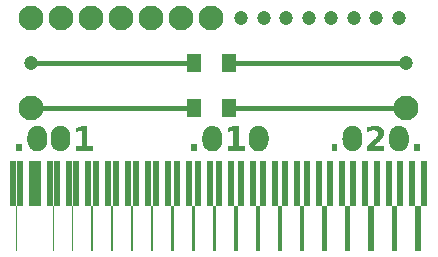
<source format=gtl>
G04 #@! TF.GenerationSoftware,KiCad,Pcbnew,9.0.2*
G04 #@! TF.CreationDate,2025-10-09T10:15:11-04:00*
G04 #@! TF.ProjectId,LineTest,4c696e65-5465-4737-942e-6b696361645f,rev?*
G04 #@! TF.SameCoordinates,Original*
G04 #@! TF.FileFunction,Copper,L1,Top*
G04 #@! TF.FilePolarity,Positive*
%FSLAX46Y46*%
G04 Gerber Fmt 4.6, Leading zero omitted, Abs format (unit mm)*
G04 Created by KiCad (PCBNEW 9.0.2) date 2025-10-09 10:15:11*
%MOMM*%
%LPD*%
G01*
G04 APERTURE LIST*
G04 #@! TA.AperFunction,NonConductor*
%ADD10C,0.000000*%
G04 #@! TD*
G04 #@! TA.AperFunction,SMDPad,CuDef*
%ADD11R,1.200000X1.600000*%
G04 #@! TD*
G04 #@! TA.AperFunction,ViaPad*
%ADD12C,1.200000*%
G04 #@! TD*
G04 #@! TA.AperFunction,ViaPad*
%ADD13C,2.100000*%
G04 #@! TD*
G04 #@! TA.AperFunction,Conductor*
%ADD14C,0.400000*%
G04 #@! TD*
G04 APERTURE END LIST*
D10*
G04 #@! TA.AperFunction,NonConductor*
G36*
X105410000Y-64770000D02*
G01*
X105410000Y-66674998D01*
X105422695Y-66674998D01*
X105435390Y-66674998D01*
X105435390Y-64770000D01*
X105435390Y-62865001D01*
X105689388Y-62865001D01*
X105943386Y-62865001D01*
X105943386Y-64770000D01*
X105943386Y-66674998D01*
X105689388Y-66674998D01*
X105435390Y-66674998D01*
X105435390Y-68579997D01*
X105435390Y-70484996D01*
X105422695Y-70484996D01*
X105410000Y-70484996D01*
X105410000Y-68579997D01*
X105410000Y-66674998D01*
X105156002Y-66674998D01*
X104902004Y-66674998D01*
X104902004Y-64770000D01*
X104902004Y-62865001D01*
X105156002Y-62865001D01*
X105410000Y-62865001D01*
X105410000Y-64770000D01*
G37*
G04 #@! TD.AperFunction*
G04 #@! TA.AperFunction,NonConductor*
G36*
X106959377Y-64770000D02*
G01*
X106959377Y-66674998D01*
X106984783Y-66674998D01*
X107010189Y-66674998D01*
X107010189Y-64770000D01*
X107010189Y-62865001D01*
X107264187Y-62865001D01*
X107518184Y-62865001D01*
X107518184Y-64770000D01*
X107518184Y-66674998D01*
X107264187Y-66674998D01*
X107010189Y-66674998D01*
X107010189Y-68579997D01*
X107010189Y-70484996D01*
X106984783Y-70484996D01*
X106959377Y-70484996D01*
X106959377Y-68579997D01*
X106959377Y-66674998D01*
X106705379Y-66674998D01*
X106451382Y-66674998D01*
X106451382Y-64770000D01*
X106451382Y-62865001D01*
X106705379Y-62865001D01*
X106959377Y-62865001D01*
X106959377Y-64770000D01*
G37*
G04 #@! TD.AperFunction*
G04 #@! TA.AperFunction,NonConductor*
G36*
X108534191Y-64770000D02*
G01*
X108534191Y-66674998D01*
X108572292Y-66674998D01*
X108610393Y-66674998D01*
X108610393Y-64770000D01*
X108610393Y-62865001D01*
X108864391Y-62865001D01*
X109118389Y-62865001D01*
X109118389Y-64770000D01*
X109118389Y-66674998D01*
X108864391Y-66674998D01*
X108610393Y-66674998D01*
X108610393Y-68579997D01*
X108610393Y-70484996D01*
X108572292Y-70484996D01*
X108534191Y-70484996D01*
X108534191Y-68579997D01*
X108534191Y-66674998D01*
X108280193Y-66674998D01*
X108026195Y-66674998D01*
X108026195Y-64770000D01*
X108026195Y-62865001D01*
X108280193Y-62865001D01*
X108534191Y-62865001D01*
X108534191Y-64770000D01*
G37*
G04 #@! TD.AperFunction*
G04 #@! TA.AperFunction,NonConductor*
G36*
X110134411Y-64770000D02*
G01*
X110134411Y-66674998D01*
X110185207Y-66674998D01*
X110236004Y-66674998D01*
X110236004Y-64770000D01*
X110236004Y-62865001D01*
X110490001Y-62865001D01*
X110743999Y-62865001D01*
X110743999Y-64770000D01*
X110743999Y-66674998D01*
X110490001Y-66674998D01*
X110236004Y-66674998D01*
X110236004Y-68579997D01*
X110236004Y-70484996D01*
X110185207Y-70484996D01*
X110134411Y-70484996D01*
X110134411Y-68579997D01*
X110134411Y-66674998D01*
X109880413Y-66674998D01*
X109626415Y-66674998D01*
X109626415Y-64770000D01*
X109626415Y-62865001D01*
X109880413Y-62865001D01*
X110134411Y-62865001D01*
X110134411Y-64770000D01*
G37*
G04 #@! TD.AperFunction*
G04 #@! TA.AperFunction,NonConductor*
G36*
X111759991Y-64770000D02*
G01*
X111759991Y-66674998D01*
X111823498Y-66674998D01*
X111887005Y-66674998D01*
X111887005Y-64770000D01*
X111887005Y-62865001D01*
X112141002Y-62865001D01*
X112395000Y-62865001D01*
X112395000Y-64770000D01*
X112395000Y-66674998D01*
X112141002Y-66674998D01*
X111887005Y-66674998D01*
X111887005Y-68579997D01*
X111887005Y-70484996D01*
X111823498Y-70484996D01*
X111759991Y-70484996D01*
X111759991Y-68579997D01*
X111759991Y-66674998D01*
X111505993Y-66674998D01*
X111251995Y-66674998D01*
X111251995Y-64770000D01*
X111251995Y-62865001D01*
X111505993Y-62865001D01*
X111759991Y-62865001D01*
X111759991Y-64770000D01*
G37*
G04 #@! TD.AperFunction*
G04 #@! TA.AperFunction,NonConductor*
G36*
X113410991Y-64770000D02*
G01*
X113410991Y-66674998D01*
X113487194Y-66674998D01*
X113563396Y-66674998D01*
X113563396Y-64770000D01*
X113563396Y-62865001D01*
X113817394Y-62865001D01*
X114071392Y-62865001D01*
X114071392Y-64770000D01*
X114071392Y-66674998D01*
X113817394Y-66674998D01*
X113563396Y-66674998D01*
X113563396Y-68579997D01*
X113563396Y-70484996D01*
X113487194Y-70484996D01*
X113410991Y-70484996D01*
X113410991Y-68579997D01*
X113410991Y-66674998D01*
X113156994Y-66674998D01*
X112902996Y-66674998D01*
X112902996Y-64770000D01*
X112902996Y-62865001D01*
X113156994Y-62865001D01*
X113410991Y-62865001D01*
X113410991Y-64770000D01*
G37*
G04 #@! TD.AperFunction*
G04 #@! TA.AperFunction,NonConductor*
G36*
X115087414Y-64770000D02*
G01*
X115087414Y-66674998D01*
X115176311Y-66674998D01*
X115265209Y-66674998D01*
X115265209Y-64770000D01*
X115265209Y-62865001D01*
X115519207Y-62865001D01*
X115773205Y-62865001D01*
X115773205Y-64770000D01*
X115773205Y-66674998D01*
X115519207Y-66674998D01*
X115265209Y-66674998D01*
X115265209Y-68579997D01*
X115265209Y-70484996D01*
X115176311Y-70484996D01*
X115087414Y-70484996D01*
X115087414Y-68579997D01*
X115087414Y-66674998D01*
X114833416Y-66674998D01*
X114579418Y-66674998D01*
X114579418Y-64770000D01*
X114579418Y-62865001D01*
X114833416Y-62865001D01*
X115087414Y-62865001D01*
X115087414Y-64770000D01*
G37*
G04 #@! TD.AperFunction*
G04 #@! TA.AperFunction,NonConductor*
G36*
X116789928Y-64768726D02*
G01*
X116790935Y-66672458D01*
X116891262Y-66673862D01*
X116991588Y-66675265D01*
X116991588Y-64770160D01*
X116991588Y-62865054D01*
X117248134Y-62865054D01*
X117504680Y-62865054D01*
X117503673Y-64768787D01*
X117502666Y-66672519D01*
X117249935Y-66673816D01*
X116997219Y-66675113D01*
X116996212Y-68578799D01*
X116994152Y-70482364D01*
X116891277Y-70483768D01*
X116788402Y-70485171D01*
X116788402Y-68580112D01*
X116788402Y-66675052D01*
X116535671Y-66673755D01*
X116282940Y-66672458D01*
X116281933Y-64768726D01*
X116280926Y-62864993D01*
X116534923Y-62864993D01*
X116788921Y-62864993D01*
X116789928Y-64768726D01*
G37*
G04 #@! TD.AperFunction*
G04 #@! TA.AperFunction,NonConductor*
G36*
X118515865Y-64770084D02*
G01*
X118515865Y-66675082D01*
X118630169Y-66675082D01*
X118744472Y-66675082D01*
X118744472Y-64770084D01*
X118744472Y-62865085D01*
X119001018Y-62865085D01*
X119257564Y-62865085D01*
X119256557Y-64768817D01*
X119255550Y-66672549D01*
X119002819Y-66673846D01*
X118750088Y-66675143D01*
X118750088Y-68580096D01*
X118748989Y-70485049D01*
X118632152Y-70485049D01*
X118515316Y-70485049D01*
X118515316Y-68580096D01*
X118515316Y-66675143D01*
X118262585Y-66673846D01*
X118009853Y-66672549D01*
X118008846Y-64768817D01*
X118007839Y-62865085D01*
X118261852Y-62865085D01*
X118515865Y-62865085D01*
X118515865Y-64770084D01*
G37*
G04 #@! TD.AperFunction*
G04 #@! TA.AperFunction,NonConductor*
G36*
X120269024Y-64770053D02*
G01*
X120269024Y-66675052D01*
X120396023Y-66675052D01*
X120523022Y-66675052D01*
X120523022Y-64770053D01*
X120523022Y-62865054D01*
X120777019Y-62865054D01*
X121031017Y-62865054D01*
X121031017Y-64770053D01*
X121031017Y-66675052D01*
X120779552Y-66675052D01*
X120528087Y-66675052D01*
X120528087Y-68580051D01*
X120528118Y-70485049D01*
X120398571Y-70485049D01*
X120269024Y-70485049D01*
X120269024Y-68580051D01*
X120269024Y-66675052D01*
X120017559Y-66675052D01*
X119766094Y-66675052D01*
X119766094Y-64770053D01*
X119766094Y-62865054D01*
X120017559Y-62865054D01*
X120269024Y-62865054D01*
X120269024Y-64770053D01*
G37*
G04 #@! TD.AperFunction*
G04 #@! TA.AperFunction,NonConductor*
G36*
X122047024Y-64770053D02*
G01*
X122047024Y-66675052D01*
X122186718Y-66675052D01*
X122326412Y-66675052D01*
X122326412Y-64770053D01*
X122326412Y-62865054D01*
X122580410Y-62865054D01*
X122834408Y-62865054D01*
X122834408Y-64770053D01*
X122834408Y-66675052D01*
X122582943Y-66675052D01*
X122331478Y-66675052D01*
X122331478Y-68580051D01*
X122331508Y-70485049D01*
X122189266Y-70485049D01*
X122047024Y-70485049D01*
X122047024Y-68580051D01*
X122047024Y-66675052D01*
X121793026Y-66675052D01*
X121539028Y-66675052D01*
X121539028Y-64770053D01*
X121539028Y-62865054D01*
X121793026Y-62865054D01*
X122047024Y-62865054D01*
X122047024Y-64770053D01*
G37*
G04 #@! TD.AperFunction*
G04 #@! TA.AperFunction,NonConductor*
G36*
X123850399Y-64770053D02*
G01*
X123850399Y-66675052D01*
X124002804Y-66675052D01*
X124155208Y-66675052D01*
X124155208Y-64770053D01*
X124155208Y-62865054D01*
X124409206Y-62865054D01*
X124663204Y-62865054D01*
X124663204Y-64770053D01*
X124663204Y-66675052D01*
X124409206Y-66675052D01*
X124155208Y-66675052D01*
X124155208Y-68580051D01*
X124155208Y-70485049D01*
X124002804Y-70485049D01*
X123850399Y-70485049D01*
X123850399Y-68580051D01*
X123850399Y-66675052D01*
X123596401Y-66675052D01*
X123342403Y-66675052D01*
X123342403Y-64770053D01*
X123342403Y-62865054D01*
X123596401Y-62865054D01*
X123850399Y-62865054D01*
X123850399Y-64770053D01*
G37*
G04 #@! TD.AperFunction*
G04 #@! TA.AperFunction,NonConductor*
G36*
X125683727Y-64770084D02*
G01*
X125683727Y-66675082D01*
X125846294Y-66675082D01*
X126008861Y-66675082D01*
X126008861Y-64770084D01*
X126008861Y-62865085D01*
X126265407Y-62865085D01*
X126521953Y-62865085D01*
X126520946Y-64768817D01*
X126519939Y-66672549D01*
X126267208Y-66673846D01*
X126014477Y-66675143D01*
X126014477Y-68580096D01*
X126013378Y-70485049D01*
X125845745Y-70485049D01*
X125678112Y-70485049D01*
X125678112Y-68580096D01*
X125678112Y-66675143D01*
X125425381Y-66673846D01*
X125172649Y-66672549D01*
X125171642Y-64768817D01*
X125170635Y-62865085D01*
X125427181Y-62865085D01*
X125683727Y-62865085D01*
X125683727Y-64770084D01*
G37*
G04 #@! TD.AperFunction*
G04 #@! TA.AperFunction,NonConductor*
G36*
X127537945Y-64770084D02*
G01*
X127537945Y-66675082D01*
X127713207Y-66675082D01*
X127888470Y-66675082D01*
X127888470Y-64770084D01*
X127888470Y-62865085D01*
X128145016Y-62865085D01*
X128401562Y-62865085D01*
X128400554Y-64768817D01*
X128399547Y-66672549D01*
X128146816Y-66673846D01*
X127894085Y-66675143D01*
X127894085Y-68580096D01*
X127892635Y-70485065D01*
X127715679Y-70485065D01*
X127646711Y-70484800D01*
X127589750Y-70484076D01*
X127567607Y-70483573D01*
X127550667Y-70482995D01*
X127539665Y-70482354D01*
X127536621Y-70482013D01*
X127535335Y-70481662D01*
X127532329Y-68576709D01*
X127532329Y-66675143D01*
X127279598Y-66673846D01*
X127026867Y-66672549D01*
X127025860Y-64768817D01*
X127024853Y-62865085D01*
X127281399Y-62865085D01*
X127537945Y-62865085D01*
X127537945Y-64770084D01*
G37*
G04 #@! TD.AperFunction*
G04 #@! TA.AperFunction,NonConductor*
G36*
X129418072Y-64770053D02*
G01*
X129418072Y-66675052D01*
X129608578Y-66675052D01*
X129799084Y-66675052D01*
X129799084Y-64770053D01*
X129799084Y-62865054D01*
X130053081Y-62865054D01*
X130307079Y-62865054D01*
X130307079Y-64770053D01*
X130307079Y-66675052D01*
X130053081Y-66675052D01*
X129799084Y-66675052D01*
X129799084Y-68580051D01*
X129799084Y-70485049D01*
X129608578Y-70485049D01*
X129418072Y-70485049D01*
X129418072Y-68580051D01*
X129418072Y-66675052D01*
X129164074Y-66675052D01*
X128910076Y-66675052D01*
X128910076Y-64770053D01*
X128910076Y-62865054D01*
X129164074Y-62865054D01*
X129418072Y-62865054D01*
X129418072Y-64770053D01*
G37*
G04 #@! TD.AperFunction*
G04 #@! TA.AperFunction,NonConductor*
G36*
X131323086Y-64770053D02*
G01*
X131323086Y-66675052D01*
X131526287Y-66675052D01*
X131729488Y-66675052D01*
X131729488Y-64770053D01*
X131729488Y-62865054D01*
X131983486Y-62865054D01*
X132237484Y-62865054D01*
X132237484Y-64770053D01*
X132237484Y-66675052D01*
X131983486Y-66675052D01*
X131729488Y-66675052D01*
X131729488Y-68580051D01*
X131729488Y-70485049D01*
X131526287Y-70485049D01*
X131323086Y-70485049D01*
X131323086Y-68580051D01*
X131323086Y-66675052D01*
X131069088Y-66675052D01*
X130815090Y-66675052D01*
X130815090Y-64770053D01*
X130815090Y-62865054D01*
X131069088Y-62865054D01*
X131323086Y-62865054D01*
X131323086Y-64770053D01*
G37*
G04 #@! TD.AperFunction*
G04 #@! TA.AperFunction,NonConductor*
G36*
X133253490Y-64770053D02*
G01*
X133253490Y-66675052D01*
X133469387Y-66675052D01*
X133685283Y-66675052D01*
X133685283Y-64770053D01*
X133685283Y-62865054D01*
X133939281Y-62865054D01*
X134193279Y-62865054D01*
X134193279Y-64770053D01*
X134193279Y-66675052D01*
X133939281Y-66675052D01*
X133685283Y-66675052D01*
X133685283Y-68580051D01*
X133685283Y-70485049D01*
X133469387Y-70485049D01*
X133253490Y-70485049D01*
X133253490Y-68580051D01*
X133253490Y-66675052D01*
X132999492Y-66675052D01*
X132745495Y-66675052D01*
X132745495Y-64770053D01*
X132745495Y-62865054D01*
X132999492Y-62865054D01*
X133253490Y-62865054D01*
X133253490Y-64770053D01*
G37*
G04 #@! TD.AperFunction*
G04 #@! TA.AperFunction,NonConductor*
G36*
X135209270Y-64770053D02*
G01*
X135209270Y-66675052D01*
X135437877Y-66675052D01*
X135666485Y-66675052D01*
X135666485Y-64770053D01*
X135666485Y-62865054D01*
X135920482Y-62865054D01*
X136174480Y-62865054D01*
X136174480Y-64770053D01*
X136174480Y-66675052D01*
X135920482Y-66675052D01*
X135666485Y-66675052D01*
X135666485Y-68580051D01*
X135666485Y-70485049D01*
X135437877Y-70485049D01*
X135209270Y-70485049D01*
X135209270Y-68580051D01*
X135209270Y-66675052D01*
X134955272Y-66675052D01*
X134701275Y-66675052D01*
X134701275Y-64770053D01*
X134701275Y-62865054D01*
X134955272Y-62865054D01*
X135209270Y-62865054D01*
X135209270Y-64770053D01*
G37*
G04 #@! TD.AperFunction*
G04 #@! TA.AperFunction,NonConductor*
G36*
X137190471Y-64770053D02*
G01*
X137190471Y-66675052D01*
X137431774Y-66675052D01*
X137673076Y-66675052D01*
X137673076Y-64770053D01*
X137673076Y-62865054D01*
X137927074Y-62865054D01*
X138181072Y-62865054D01*
X138181072Y-64770053D01*
X138181072Y-66675052D01*
X137927074Y-66675052D01*
X137673076Y-66675052D01*
X137673076Y-68580051D01*
X137673076Y-70485049D01*
X137431774Y-70485049D01*
X137190471Y-70485049D01*
X137190471Y-68580051D01*
X137190471Y-66675052D01*
X136936474Y-66675052D01*
X136682476Y-66675052D01*
X136682476Y-64770053D01*
X136682476Y-62865054D01*
X136936474Y-62865054D01*
X137190471Y-62865054D01*
X137190471Y-64770053D01*
G37*
G04 #@! TD.AperFunction*
G04 #@! TA.AperFunction,NonConductor*
G36*
X139197094Y-64770053D02*
G01*
X139197094Y-66675052D01*
X139451092Y-66675052D01*
X139705089Y-66675052D01*
X139705089Y-64770053D01*
X139705089Y-62865054D01*
X139959087Y-62865054D01*
X140213085Y-62865054D01*
X140213085Y-64770053D01*
X140213085Y-66675052D01*
X139959087Y-66675052D01*
X139705089Y-66675052D01*
X139705089Y-68580051D01*
X139705089Y-70485049D01*
X139451092Y-70485049D01*
X139197094Y-70485049D01*
X139197094Y-68580051D01*
X139197094Y-66675052D01*
X138943096Y-66675052D01*
X138689098Y-66675052D01*
X138689098Y-64770053D01*
X138689098Y-62865054D01*
X138943096Y-62865054D01*
X139197094Y-62865054D01*
X139197094Y-64770053D01*
G37*
G04 #@! TD.AperFunction*
G04 #@! TA.AperFunction,NonConductor*
G36*
X107210853Y-59909990D02*
G01*
X107250221Y-59911524D01*
X107287497Y-59913883D01*
X107320747Y-59917014D01*
X107348034Y-59920863D01*
X107380960Y-59927358D01*
X107413306Y-59935071D01*
X107445031Y-59943980D01*
X107476095Y-59954063D01*
X107506457Y-59965297D01*
X107536075Y-59977660D01*
X107564909Y-59991130D01*
X107592918Y-60005684D01*
X107620062Y-60021300D01*
X107646298Y-60037955D01*
X107671588Y-60055628D01*
X107695888Y-60074295D01*
X107719160Y-60093935D01*
X107741361Y-60114525D01*
X107762452Y-60136043D01*
X107782390Y-60158466D01*
X107810748Y-60193772D01*
X107837266Y-60230489D01*
X107861961Y-60268669D01*
X107884850Y-60308365D01*
X107905948Y-60349628D01*
X107925272Y-60392511D01*
X107942840Y-60437066D01*
X107958666Y-60483346D01*
X107972767Y-60531403D01*
X107985160Y-60581289D01*
X107995861Y-60633056D01*
X108004887Y-60686758D01*
X108012254Y-60742445D01*
X108017978Y-60800171D01*
X108022075Y-60859987D01*
X108024563Y-60921947D01*
X108025378Y-60984614D01*
X108024435Y-61045838D01*
X108021744Y-61105581D01*
X108017313Y-61163806D01*
X108011150Y-61220477D01*
X108003266Y-61275555D01*
X107993669Y-61329004D01*
X107982366Y-61380788D01*
X107969369Y-61430869D01*
X107954684Y-61479210D01*
X107938321Y-61525774D01*
X107920289Y-61570524D01*
X107900597Y-61613424D01*
X107879253Y-61654435D01*
X107856266Y-61693522D01*
X107831646Y-61730647D01*
X107823344Y-61742016D01*
X107814116Y-61753888D01*
X107804075Y-61766152D01*
X107793332Y-61778696D01*
X107781998Y-61791411D01*
X107770185Y-61804184D01*
X107758005Y-61816906D01*
X107745569Y-61829464D01*
X107732989Y-61841749D01*
X107720377Y-61853649D01*
X107707845Y-61865053D01*
X107695503Y-61875850D01*
X107683464Y-61885930D01*
X107671840Y-61895181D01*
X107660741Y-61903493D01*
X107650280Y-61910754D01*
X107629839Y-61923890D01*
X107609246Y-61936282D01*
X107588476Y-61947938D01*
X107567500Y-61958867D01*
X107546295Y-61969080D01*
X107524832Y-61978585D01*
X107503087Y-61987392D01*
X107481033Y-61995508D01*
X107458644Y-62002945D01*
X107435894Y-62009710D01*
X107412756Y-62015814D01*
X107389204Y-62021265D01*
X107365213Y-62026072D01*
X107340756Y-62030244D01*
X107315807Y-62033792D01*
X107290340Y-62036723D01*
X107290371Y-62036670D01*
X107269034Y-62038354D01*
X107243008Y-62039651D01*
X107213908Y-62040544D01*
X107183348Y-62041021D01*
X107152943Y-62041066D01*
X107124308Y-62040665D01*
X107099058Y-62039805D01*
X107078808Y-62038470D01*
X107054620Y-62035852D01*
X107030258Y-62032434D01*
X107005803Y-62028246D01*
X106981335Y-62023313D01*
X106956938Y-62017664D01*
X106932692Y-62011327D01*
X106908678Y-62004329D01*
X106884979Y-61996697D01*
X106861676Y-61988458D01*
X106838850Y-61979642D01*
X106816583Y-61970274D01*
X106794957Y-61960383D01*
X106774053Y-61949996D01*
X106753952Y-61939140D01*
X106734737Y-61927843D01*
X106716488Y-61916133D01*
X106696102Y-61901946D01*
X106676336Y-61887161D01*
X106657174Y-61871759D01*
X106638601Y-61855725D01*
X106620604Y-61839040D01*
X106603167Y-61821688D01*
X106586275Y-61803651D01*
X106569916Y-61784913D01*
X106554073Y-61765457D01*
X106538732Y-61745264D01*
X106523879Y-61724319D01*
X106509498Y-61702604D01*
X106495577Y-61680101D01*
X106482099Y-61656794D01*
X106469051Y-61632666D01*
X106456417Y-61607700D01*
X106444718Y-61583023D01*
X106433665Y-61558088D01*
X106423244Y-61532846D01*
X106413443Y-61507254D01*
X106404250Y-61481264D01*
X106395654Y-61454831D01*
X106387641Y-61427908D01*
X106380199Y-61400451D01*
X106373317Y-61372412D01*
X106366982Y-61343746D01*
X106361182Y-61314407D01*
X106355905Y-61284350D01*
X106346870Y-61221893D01*
X106339779Y-61156009D01*
X106337481Y-61121295D01*
X106335839Y-61077600D01*
X106334854Y-61027917D01*
X106334526Y-60975241D01*
X106334854Y-60922564D01*
X106335839Y-60872880D01*
X106337481Y-60829183D01*
X106339779Y-60794467D01*
X106346986Y-60728438D01*
X106356434Y-60664802D01*
X106368114Y-60603574D01*
X106382019Y-60544768D01*
X106398143Y-60488398D01*
X106416478Y-60434480D01*
X106437016Y-60383027D01*
X106459751Y-60334054D01*
X106484675Y-60287575D01*
X106511782Y-60243605D01*
X106526151Y-60222566D01*
X106541064Y-60202158D01*
X106556518Y-60182386D01*
X106572513Y-60163249D01*
X106589048Y-60144750D01*
X106606123Y-60126891D01*
X106623736Y-60109674D01*
X106641886Y-60093100D01*
X106660573Y-60077172D01*
X106679796Y-60061890D01*
X106699553Y-60047257D01*
X106719845Y-60033275D01*
X106738753Y-60021127D01*
X106757901Y-60009655D01*
X106777325Y-59998847D01*
X106797061Y-59988690D01*
X106817144Y-59979172D01*
X106837610Y-59970281D01*
X106858494Y-59962005D01*
X106879833Y-59954332D01*
X106901662Y-59947248D01*
X106924016Y-59940743D01*
X106946932Y-59934803D01*
X106970444Y-59929418D01*
X106994590Y-59924573D01*
X107019403Y-59920258D01*
X107044921Y-59916459D01*
X107071178Y-59913165D01*
X107099557Y-59910869D01*
X107133586Y-59909610D01*
X107171330Y-59909335D01*
X107210853Y-59909990D01*
G37*
G04 #@! TD.AperFunction*
G04 #@! TA.AperFunction,NonConductor*
G36*
X107195153Y-60272370D02*
G01*
X107209498Y-60273234D01*
X107223440Y-60274680D01*
X107236980Y-60276710D01*
X107250124Y-60279329D01*
X107262873Y-60282540D01*
X107275233Y-60286347D01*
X107287205Y-60290753D01*
X107298794Y-60295763D01*
X107310003Y-60301380D01*
X107320835Y-60307608D01*
X107331295Y-60314451D01*
X107341384Y-60321912D01*
X107351107Y-60329995D01*
X107360466Y-60338703D01*
X107369467Y-60348042D01*
X107378111Y-60358013D01*
X107386402Y-60368622D01*
X107394344Y-60379871D01*
X107401940Y-60391765D01*
X107409194Y-60404307D01*
X107416109Y-60417502D01*
X107422687Y-60431351D01*
X107428934Y-60445861D01*
X107434852Y-60461033D01*
X107440445Y-60476873D01*
X107445715Y-60493383D01*
X107450667Y-60510567D01*
X107459629Y-60546974D01*
X107467357Y-60586124D01*
X107474142Y-60626562D01*
X107479459Y-60663533D01*
X107481622Y-60681641D01*
X107483482Y-60699988D01*
X107485063Y-60718945D01*
X107486385Y-60738879D01*
X107488341Y-60783158D01*
X107489523Y-60835775D01*
X107490105Y-60899683D01*
X107490261Y-60977832D01*
X107489826Y-61093787D01*
X107488375Y-61172553D01*
X107487177Y-61202206D01*
X107485615Y-61227619D01*
X107483655Y-61250479D01*
X107481258Y-61272472D01*
X107475541Y-61313447D01*
X107469241Y-61351768D01*
X107462319Y-61387518D01*
X107454735Y-61420777D01*
X107446450Y-61451631D01*
X107437424Y-61480159D01*
X107427620Y-61506446D01*
X107416996Y-61530574D01*
X107405514Y-61552625D01*
X107393134Y-61572682D01*
X107379817Y-61590827D01*
X107365524Y-61607143D01*
X107350215Y-61621712D01*
X107333852Y-61634617D01*
X107316394Y-61645940D01*
X107297802Y-61655765D01*
X107287619Y-61660304D01*
X107277148Y-61664398D01*
X107266413Y-61668044D01*
X107255436Y-61671242D01*
X107244241Y-61673987D01*
X107232850Y-61676279D01*
X107221289Y-61678114D01*
X107209579Y-61679490D01*
X107197745Y-61680406D01*
X107185809Y-61680859D01*
X107173795Y-61680846D01*
X107161726Y-61680366D01*
X107149625Y-61679416D01*
X107137517Y-61677994D01*
X107125424Y-61676097D01*
X107113369Y-61673724D01*
X107113140Y-61673717D01*
X107104174Y-61671590D01*
X107095370Y-61669139D01*
X107086729Y-61666366D01*
X107078252Y-61663271D01*
X107069940Y-61659856D01*
X107061794Y-61656122D01*
X107053814Y-61652068D01*
X107046001Y-61647698D01*
X107038358Y-61643011D01*
X107030883Y-61638009D01*
X107023579Y-61632692D01*
X107016446Y-61627063D01*
X107009485Y-61621120D01*
X107002697Y-61614867D01*
X106996084Y-61608304D01*
X106989645Y-61601431D01*
X106983382Y-61594250D01*
X106977295Y-61586763D01*
X106965657Y-61570870D01*
X106954736Y-61553761D01*
X106944541Y-61535445D01*
X106935078Y-61515929D01*
X106926355Y-61495222D01*
X106918380Y-61473332D01*
X106911159Y-61450267D01*
X106905059Y-61428180D01*
X106899462Y-61405731D01*
X106894354Y-61382767D01*
X106889720Y-61359134D01*
X106885545Y-61334679D01*
X106881816Y-61309251D01*
X106878517Y-61282694D01*
X106875633Y-61254856D01*
X106873150Y-61225585D01*
X106871054Y-61194726D01*
X106867961Y-61127635D01*
X106866237Y-61052358D01*
X106865764Y-60967670D01*
X106866089Y-60902232D01*
X106866939Y-60846149D01*
X106868416Y-60797514D01*
X106870626Y-60754422D01*
X106873672Y-60714968D01*
X106877658Y-60677244D01*
X106882688Y-60639346D01*
X106888866Y-60599368D01*
X106896564Y-60558305D01*
X106905507Y-60520167D01*
X106915730Y-60484917D01*
X106927265Y-60452517D01*
X106940146Y-60422928D01*
X106954408Y-60396112D01*
X106962067Y-60383732D01*
X106970085Y-60372031D01*
X106978464Y-60361004D01*
X106987209Y-60350647D01*
X106996325Y-60340955D01*
X107005816Y-60331922D01*
X107015685Y-60323544D01*
X107025938Y-60315817D01*
X107036578Y-60308736D01*
X107047610Y-60302295D01*
X107059038Y-60296490D01*
X107070866Y-60291317D01*
X107083098Y-60286770D01*
X107095739Y-60282844D01*
X107108793Y-60279536D01*
X107122263Y-60276840D01*
X107150472Y-60273266D01*
X107180401Y-60272083D01*
X107195153Y-60272370D01*
G37*
G04 #@! TD.AperFunction*
G04 #@! TA.AperFunction,NonConductor*
G36*
X109199664Y-59909813D02*
G01*
X109251843Y-59913758D01*
X109302410Y-59920327D01*
X109351352Y-59929511D01*
X109398656Y-59941305D01*
X109421689Y-59948179D01*
X109444308Y-59955702D01*
X109466512Y-59963875D01*
X109488297Y-59972696D01*
X109509663Y-59982164D01*
X109530609Y-59992279D01*
X109551132Y-60003040D01*
X109571231Y-60014446D01*
X109590904Y-60026497D01*
X109610150Y-60039191D01*
X109628967Y-60052527D01*
X109647354Y-60066506D01*
X109665308Y-60081125D01*
X109682829Y-60096385D01*
X109699915Y-60112284D01*
X109716563Y-60128822D01*
X109732773Y-60145997D01*
X109748542Y-60163809D01*
X109763870Y-60182258D01*
X109778754Y-60201342D01*
X109807186Y-60241412D01*
X109829460Y-60276593D01*
X109850207Y-60312988D01*
X109869437Y-60350647D01*
X109887163Y-60389619D01*
X109903398Y-60429955D01*
X109918153Y-60471704D01*
X109931440Y-60514916D01*
X109943271Y-60559640D01*
X109953660Y-60605926D01*
X109962617Y-60653824D01*
X109970154Y-60703382D01*
X109976285Y-60754652D01*
X109981021Y-60807682D01*
X109984374Y-60862522D01*
X109986357Y-60919222D01*
X109986980Y-60977832D01*
X109985822Y-61051029D01*
X109982462Y-61121461D01*
X109976886Y-61189175D01*
X109969078Y-61254216D01*
X109959023Y-61316629D01*
X109946706Y-61376459D01*
X109932110Y-61433753D01*
X109915222Y-61488556D01*
X109896025Y-61540913D01*
X109874504Y-61590870D01*
X109850644Y-61638472D01*
X109824430Y-61683765D01*
X109795846Y-61726794D01*
X109764876Y-61767605D01*
X109731506Y-61806243D01*
X109695720Y-61842754D01*
X109673940Y-61862731D01*
X109651382Y-61881660D01*
X109628044Y-61899540D01*
X109603925Y-61916373D01*
X109579024Y-61932160D01*
X109553338Y-61946900D01*
X109526867Y-61960594D01*
X109499609Y-61973244D01*
X109471562Y-61984849D01*
X109442724Y-61995411D01*
X109413095Y-62004931D01*
X109382672Y-62013408D01*
X109351455Y-62020843D01*
X109319441Y-62027237D01*
X109286629Y-62032592D01*
X109253017Y-62036906D01*
X109253033Y-62036914D01*
X109230567Y-62038839D01*
X109203474Y-62040204D01*
X109173238Y-62041010D01*
X109141348Y-62041258D01*
X109109289Y-62040949D01*
X109078549Y-62040084D01*
X109050615Y-62038665D01*
X109026974Y-62036693D01*
X109002116Y-62033652D01*
X108977282Y-62029828D01*
X108952521Y-62025239D01*
X108927888Y-62019903D01*
X108903433Y-62013840D01*
X108879211Y-62007069D01*
X108855272Y-61999609D01*
X108831669Y-61991478D01*
X108808454Y-61982696D01*
X108785680Y-61973281D01*
X108763399Y-61963252D01*
X108741664Y-61952629D01*
X108720526Y-61941430D01*
X108700038Y-61929674D01*
X108680252Y-61917380D01*
X108661220Y-61904567D01*
X108651042Y-61897110D01*
X108640190Y-61888570D01*
X108628787Y-61879070D01*
X108616952Y-61868735D01*
X108604808Y-61857687D01*
X108592476Y-61846052D01*
X108567728Y-61821511D01*
X108543677Y-61796105D01*
X108532216Y-61783387D01*
X108521293Y-61770823D01*
X108511028Y-61758539D01*
X108501542Y-61746657D01*
X108492957Y-61735302D01*
X108485393Y-61724597D01*
X108462940Y-61689972D01*
X108442018Y-61654520D01*
X108422602Y-61618160D01*
X108404671Y-61580813D01*
X108388201Y-61542396D01*
X108373169Y-61502829D01*
X108359553Y-61462031D01*
X108347330Y-61419921D01*
X108336476Y-61376418D01*
X108326969Y-61331441D01*
X108318785Y-61284909D01*
X108311902Y-61236742D01*
X108306296Y-61186858D01*
X108301946Y-61135176D01*
X108298827Y-61081615D01*
X108296917Y-61026096D01*
X108296355Y-60949252D01*
X108298166Y-60875254D01*
X108302364Y-60804063D01*
X108308959Y-60735642D01*
X108317964Y-60669953D01*
X108329389Y-60606957D01*
X108343248Y-60546617D01*
X108359552Y-60488894D01*
X108378313Y-60433750D01*
X108399542Y-60381148D01*
X108423251Y-60331050D01*
X108449453Y-60283417D01*
X108478159Y-60238211D01*
X108509380Y-60195395D01*
X108543129Y-60154930D01*
X108579418Y-60116779D01*
X108606627Y-60091308D01*
X108634845Y-60067529D01*
X108664090Y-60045434D01*
X108694379Y-60025018D01*
X108725732Y-60006273D01*
X108758165Y-59989193D01*
X108791697Y-59973771D01*
X108826345Y-59960000D01*
X108862128Y-59947875D01*
X108899064Y-59937387D01*
X108937170Y-59928532D01*
X108976464Y-59921301D01*
X109016965Y-59915689D01*
X109058690Y-59911689D01*
X109101658Y-59909293D01*
X109145885Y-59908496D01*
X109199664Y-59909813D01*
G37*
G04 #@! TD.AperFunction*
G04 #@! TA.AperFunction,NonConductor*
G36*
X109154176Y-60272539D02*
G01*
X109169437Y-60273281D01*
X109184033Y-60274575D01*
X109198002Y-60276437D01*
X109211383Y-60278883D01*
X109224215Y-60281927D01*
X109236536Y-60285586D01*
X109248386Y-60289874D01*
X109259804Y-60294808D01*
X109270827Y-60300402D01*
X109281495Y-60306672D01*
X109291847Y-60313634D01*
X109301921Y-60321302D01*
X109311757Y-60329694D01*
X109321393Y-60338822D01*
X109330868Y-60348705D01*
X109339002Y-60358000D01*
X109346832Y-60367804D01*
X109361592Y-60388996D01*
X109375172Y-60412401D01*
X109387595Y-60438139D01*
X109398886Y-60466331D01*
X109409068Y-60497096D01*
X109418165Y-60530556D01*
X109426201Y-60566829D01*
X109433199Y-60606037D01*
X109439184Y-60648299D01*
X109444178Y-60693736D01*
X109448207Y-60742468D01*
X109451293Y-60794615D01*
X109453461Y-60850298D01*
X109454733Y-60909636D01*
X109455135Y-60972751D01*
X109454062Y-61073716D01*
X109450839Y-61163785D01*
X109445341Y-61243887D01*
X109437443Y-61314951D01*
X109432554Y-61347384D01*
X109427018Y-61377905D01*
X109420818Y-61406631D01*
X109413941Y-61433678D01*
X109406369Y-61459161D01*
X109398087Y-61483197D01*
X109389079Y-61505902D01*
X109379329Y-61527393D01*
X109371666Y-61542399D01*
X109363594Y-61556611D01*
X109355112Y-61570030D01*
X109346214Y-61582662D01*
X109336897Y-61594508D01*
X109327157Y-61605572D01*
X109316989Y-61615858D01*
X109306391Y-61625369D01*
X109295357Y-61634108D01*
X109283884Y-61642079D01*
X109271969Y-61649285D01*
X109259606Y-61655729D01*
X109246793Y-61661414D01*
X109233525Y-61666345D01*
X109219798Y-61670523D01*
X109205608Y-61673953D01*
X109198498Y-61675352D01*
X109191109Y-61676586D01*
X109183488Y-61677654D01*
X109175683Y-61678557D01*
X109159708Y-61679864D01*
X109143564Y-61680500D01*
X109127628Y-61680462D01*
X109119856Y-61680188D01*
X109112278Y-61679744D01*
X109104941Y-61679128D01*
X109097893Y-61678341D01*
X109091180Y-61677382D01*
X109084850Y-61676250D01*
X109085369Y-61676219D01*
X109072311Y-61673303D01*
X109059657Y-61669872D01*
X109047404Y-61665917D01*
X109035544Y-61661432D01*
X109024072Y-61656406D01*
X109012985Y-61650831D01*
X109002275Y-61644698D01*
X108991938Y-61638000D01*
X108981968Y-61630727D01*
X108972360Y-61622871D01*
X108963109Y-61614423D01*
X108954209Y-61605375D01*
X108945655Y-61595718D01*
X108937441Y-61585443D01*
X108929563Y-61574542D01*
X108922014Y-61563007D01*
X108914790Y-61550828D01*
X108907885Y-61537997D01*
X108901294Y-61524506D01*
X108895012Y-61510346D01*
X108889032Y-61495508D01*
X108883350Y-61479984D01*
X108877961Y-61463765D01*
X108872859Y-61446843D01*
X108868038Y-61429209D01*
X108863494Y-61410854D01*
X108855213Y-61371949D01*
X108847973Y-61330058D01*
X108841732Y-61285114D01*
X108835569Y-61221944D01*
X108831040Y-61147507D01*
X108828153Y-61065667D01*
X108826919Y-60980287D01*
X108827350Y-60895231D01*
X108829454Y-60814362D01*
X108833242Y-60741545D01*
X108838726Y-60680644D01*
X108844547Y-60637176D01*
X108851127Y-60596602D01*
X108858510Y-60558839D01*
X108866742Y-60523804D01*
X108875866Y-60491413D01*
X108885927Y-60461582D01*
X108896969Y-60434227D01*
X108909036Y-60409265D01*
X108922174Y-60386612D01*
X108936425Y-60366184D01*
X108951835Y-60347898D01*
X108968448Y-60331670D01*
X108986309Y-60317416D01*
X109005461Y-60305052D01*
X109025949Y-60294496D01*
X109047817Y-60285663D01*
X109058707Y-60281980D01*
X109063780Y-60280415D01*
X109068692Y-60279023D01*
X109073504Y-60277793D01*
X109078282Y-60276717D01*
X109083089Y-60275785D01*
X109087990Y-60274987D01*
X109093047Y-60274315D01*
X109098325Y-60273759D01*
X109103888Y-60273310D01*
X109109800Y-60272958D01*
X109116124Y-60272693D01*
X109122924Y-60272508D01*
X109138210Y-60272334D01*
X109154176Y-60272539D01*
G37*
G04 #@! TD.AperFunction*
G04 #@! TA.AperFunction,NonConductor*
G36*
X122043687Y-59911537D02*
G01*
X122089567Y-59913424D01*
X122129709Y-59916479D01*
X122146734Y-59918442D01*
X122161251Y-59920695D01*
X122208845Y-59930650D01*
X122254703Y-59942824D01*
X122298833Y-59957227D01*
X122341246Y-59973865D01*
X122381950Y-59992745D01*
X122420955Y-60013876D01*
X122458270Y-60037263D01*
X122493904Y-60062914D01*
X122527867Y-60090837D01*
X122560168Y-60121039D01*
X122590817Y-60153527D01*
X122619823Y-60188308D01*
X122647195Y-60225390D01*
X122672942Y-60264780D01*
X122697074Y-60306485D01*
X122719600Y-60350513D01*
X122737866Y-60390890D01*
X122754576Y-60432938D01*
X122769781Y-60476830D01*
X122783533Y-60522739D01*
X122795882Y-60570838D01*
X122806880Y-60621300D01*
X122816576Y-60674298D01*
X122825023Y-60730006D01*
X122828081Y-60754439D01*
X122830540Y-60777404D01*
X122832461Y-60800527D01*
X122833900Y-60825429D01*
X122834918Y-60853734D01*
X122835572Y-60887064D01*
X122836025Y-60975291D01*
X122835653Y-61038494D01*
X122834433Y-61094101D01*
X122832213Y-61143776D01*
X122828838Y-61189182D01*
X122824156Y-61231981D01*
X122818013Y-61273836D01*
X122810256Y-61316412D01*
X122800731Y-61361369D01*
X122794710Y-61386770D01*
X122788001Y-61412306D01*
X122780644Y-61437882D01*
X122772679Y-61463406D01*
X122764145Y-61488784D01*
X122755081Y-61513923D01*
X122745528Y-61538730D01*
X122735523Y-61563111D01*
X122725107Y-61586974D01*
X122714320Y-61610225D01*
X122703200Y-61632771D01*
X122691787Y-61654518D01*
X122680120Y-61675373D01*
X122668239Y-61695243D01*
X122656184Y-61714034D01*
X122643993Y-61731654D01*
X122619733Y-61763675D01*
X122594309Y-61793960D01*
X122567725Y-61822508D01*
X122539986Y-61849317D01*
X122511093Y-61874385D01*
X122481051Y-61897710D01*
X122449863Y-61919290D01*
X122417532Y-61939123D01*
X122384062Y-61957207D01*
X122349456Y-61973541D01*
X122313718Y-61988121D01*
X122276850Y-62000947D01*
X122238857Y-62012016D01*
X122199743Y-62021326D01*
X122159509Y-62028876D01*
X122118160Y-62034663D01*
X122118099Y-62034663D01*
X122090612Y-62037326D01*
X122059977Y-62039306D01*
X122027341Y-62040597D01*
X121993849Y-62041191D01*
X121960646Y-62041082D01*
X121928879Y-62040263D01*
X121899693Y-62038726D01*
X121874233Y-62036464D01*
X121856700Y-62034248D01*
X121838732Y-62031530D01*
X121820430Y-62028340D01*
X121801898Y-62024708D01*
X121783238Y-62020663D01*
X121764553Y-62016234D01*
X121727520Y-62006344D01*
X121709377Y-62000942D01*
X121691619Y-61995274D01*
X121674351Y-61989371D01*
X121657674Y-61983261D01*
X121641691Y-61976974D01*
X121626505Y-61970540D01*
X121612218Y-61963988D01*
X121598934Y-61957347D01*
X121551755Y-61930429D01*
X121507136Y-61900414D01*
X121465079Y-61867309D01*
X121425587Y-61831119D01*
X121388663Y-61791850D01*
X121354310Y-61749506D01*
X121322531Y-61704093D01*
X121293329Y-61655617D01*
X121266707Y-61604083D01*
X121242667Y-61549496D01*
X121221213Y-61491862D01*
X121202347Y-61431187D01*
X121186073Y-61367475D01*
X121172393Y-61300732D01*
X121161310Y-61230964D01*
X121152828Y-61158176D01*
X121150449Y-61124189D01*
X121148747Y-61080274D01*
X121147719Y-61029764D01*
X121147362Y-60975993D01*
X121147672Y-60922294D01*
X121148648Y-60871999D01*
X121150286Y-60828442D01*
X121152584Y-60794955D01*
X121158521Y-60741413D01*
X121165743Y-60689675D01*
X121174260Y-60639716D01*
X121184082Y-60591509D01*
X121195220Y-60545028D01*
X121207683Y-60500245D01*
X121221483Y-60457136D01*
X121236629Y-60415672D01*
X121253132Y-60375829D01*
X121271003Y-60337579D01*
X121290250Y-60300895D01*
X121310886Y-60265752D01*
X121332919Y-60232123D01*
X121356362Y-60199982D01*
X121381222Y-60169302D01*
X121407512Y-60140056D01*
X121429151Y-60118007D01*
X121451204Y-60097173D01*
X121473716Y-60077529D01*
X121496732Y-60059053D01*
X121520296Y-60041720D01*
X121544453Y-60025509D01*
X121569248Y-60010395D01*
X121594724Y-59996354D01*
X121620928Y-59983364D01*
X121647904Y-59971402D01*
X121675695Y-59960443D01*
X121704347Y-59950464D01*
X121733905Y-59941443D01*
X121764413Y-59933355D01*
X121795915Y-59926177D01*
X121828457Y-59919887D01*
X121843011Y-59917703D01*
X121860069Y-59915822D01*
X121900261Y-59912962D01*
X121946171Y-59911299D01*
X121994934Y-59910827D01*
X122043687Y-59911537D01*
G37*
G04 #@! TD.AperFunction*
G04 #@! TA.AperFunction,NonConductor*
G36*
X122010332Y-60271645D02*
G01*
X122026292Y-60272762D01*
X122041961Y-60274696D01*
X122057226Y-60277458D01*
X122071977Y-60281059D01*
X122086101Y-60285510D01*
X122097202Y-60289700D01*
X122107937Y-60294279D01*
X122118314Y-60299259D01*
X122128339Y-60304653D01*
X122138020Y-60310474D01*
X122147364Y-60316735D01*
X122156376Y-60323449D01*
X122165065Y-60330630D01*
X122173437Y-60338289D01*
X122181499Y-60346441D01*
X122189258Y-60355097D01*
X122196721Y-60364272D01*
X122203895Y-60373977D01*
X122210786Y-60384226D01*
X122217402Y-60395032D01*
X122223749Y-60406408D01*
X122229835Y-60418367D01*
X122235665Y-60430922D01*
X122241248Y-60444085D01*
X122246590Y-60457871D01*
X122251698Y-60472290D01*
X122256579Y-60487358D01*
X122261240Y-60503086D01*
X122265687Y-60519488D01*
X122269928Y-60536576D01*
X122273969Y-60554364D01*
X122281481Y-60592091D01*
X122288278Y-60632771D01*
X122294414Y-60676509D01*
X122298676Y-60726644D01*
X122301711Y-60797004D01*
X122303523Y-60880911D01*
X122304115Y-60971687D01*
X122303490Y-61062654D01*
X122301650Y-61147136D01*
X122298598Y-61218454D01*
X122294338Y-61269931D01*
X122288804Y-61310851D01*
X122282640Y-61349189D01*
X122275809Y-61385017D01*
X122268277Y-61418410D01*
X122260009Y-61449441D01*
X122250970Y-61478183D01*
X122241124Y-61504711D01*
X122230436Y-61529097D01*
X122218872Y-61551415D01*
X122206396Y-61571739D01*
X122192973Y-61590142D01*
X122178567Y-61606697D01*
X122163145Y-61621479D01*
X122146670Y-61634561D01*
X122129108Y-61646016D01*
X122110424Y-61655917D01*
X122100309Y-61660428D01*
X122089893Y-61664497D01*
X122079201Y-61668121D01*
X122068258Y-61671298D01*
X122057089Y-61674027D01*
X122045717Y-61676304D01*
X122034168Y-61678127D01*
X122022466Y-61679494D01*
X122010637Y-61680402D01*
X121998705Y-61680850D01*
X121986694Y-61680833D01*
X121974629Y-61680351D01*
X121962535Y-61679401D01*
X121950437Y-61677980D01*
X121938359Y-61676086D01*
X121926327Y-61673717D01*
X121926418Y-61673717D01*
X121917409Y-61671582D01*
X121908570Y-61669129D01*
X121899901Y-61666360D01*
X121891403Y-61663275D01*
X121883076Y-61659873D01*
X121874920Y-61656156D01*
X121866937Y-61652124D01*
X121859125Y-61647777D01*
X121851487Y-61643117D01*
X121844022Y-61638142D01*
X121836730Y-61632855D01*
X121829612Y-61627254D01*
X121822669Y-61621342D01*
X121815901Y-61615117D01*
X121809308Y-61608581D01*
X121802891Y-61601734D01*
X121796649Y-61594577D01*
X121790585Y-61587110D01*
X121778987Y-61571247D01*
X121768100Y-61554149D01*
X121757928Y-61535820D01*
X121748474Y-61516264D01*
X121739741Y-61495484D01*
X121731733Y-61473484D01*
X121724453Y-61450267D01*
X121719182Y-61431259D01*
X121714276Y-61411771D01*
X121709723Y-61391711D01*
X121705514Y-61370985D01*
X121701636Y-61349498D01*
X121698079Y-61327159D01*
X121691889Y-61279545D01*
X121686856Y-61227396D01*
X121682896Y-61169962D01*
X121679923Y-61106497D01*
X121677852Y-61036250D01*
X121676887Y-60928930D01*
X121679206Y-60829281D01*
X121684759Y-60737604D01*
X121693491Y-60654197D01*
X121699032Y-60615689D01*
X121705349Y-60579360D01*
X121712434Y-60545249D01*
X121720281Y-60513393D01*
X121728882Y-60483830D01*
X121738232Y-60456596D01*
X121748324Y-60431729D01*
X121759151Y-60409267D01*
X121762954Y-60402394D01*
X121767140Y-60395437D01*
X121771679Y-60388435D01*
X121776535Y-60381423D01*
X121781677Y-60374438D01*
X121787072Y-60367518D01*
X121792686Y-60360698D01*
X121798487Y-60354016D01*
X121804441Y-60347510D01*
X121810516Y-60341214D01*
X121816678Y-60335167D01*
X121822896Y-60329405D01*
X121829135Y-60323966D01*
X121835362Y-60318885D01*
X121841546Y-60314200D01*
X121847652Y-60309947D01*
X121859410Y-60302843D01*
X121872111Y-60296428D01*
X121885642Y-60290715D01*
X121899892Y-60285715D01*
X121914747Y-60281440D01*
X121930097Y-60277900D01*
X121945829Y-60275108D01*
X121961830Y-60273075D01*
X121977989Y-60271813D01*
X121994194Y-60271332D01*
X122010332Y-60271645D01*
G37*
G04 #@! TD.AperFunction*
G04 #@! TA.AperFunction,NonConductor*
G36*
X125944402Y-59908522D02*
G01*
X125970768Y-59909485D01*
X125997022Y-59911092D01*
X126023108Y-59913340D01*
X126048969Y-59916231D01*
X126074550Y-59919765D01*
X126099794Y-59923941D01*
X126124645Y-59928760D01*
X126182766Y-59943257D01*
X126238519Y-59961965D01*
X126291836Y-59984806D01*
X126342650Y-60011705D01*
X126390894Y-60042583D01*
X126436501Y-60077366D01*
X126479404Y-60115976D01*
X126519537Y-60158336D01*
X126556831Y-60204370D01*
X126591221Y-60254001D01*
X126622638Y-60307154D01*
X126651017Y-60363750D01*
X126676289Y-60423713D01*
X126698388Y-60486968D01*
X126717247Y-60553436D01*
X126732799Y-60623042D01*
X126740155Y-60664165D01*
X126746512Y-60706697D01*
X126751868Y-60750434D01*
X126756226Y-60795172D01*
X126759585Y-60840708D01*
X126761946Y-60886838D01*
X126763310Y-60933358D01*
X126763677Y-60980065D01*
X126763049Y-61026753D01*
X126761424Y-61073221D01*
X126758804Y-61119264D01*
X126755190Y-61164678D01*
X126750582Y-61209259D01*
X126744981Y-61252805D01*
X126738387Y-61295110D01*
X126730800Y-61335971D01*
X126720675Y-61382015D01*
X126709176Y-61426657D01*
X126696312Y-61469882D01*
X126682093Y-61511675D01*
X126666528Y-61552019D01*
X126649625Y-61590898D01*
X126631394Y-61628298D01*
X126611843Y-61664202D01*
X126590982Y-61698594D01*
X126568819Y-61731460D01*
X126545365Y-61762782D01*
X126520627Y-61792546D01*
X126494615Y-61820736D01*
X126467337Y-61847336D01*
X126438804Y-61872329D01*
X126409023Y-61895702D01*
X126391333Y-61908431D01*
X126373423Y-61920525D01*
X126355264Y-61931995D01*
X126336825Y-61942854D01*
X126318078Y-61953112D01*
X126298993Y-61962784D01*
X126279541Y-61971880D01*
X126259691Y-61980413D01*
X126239415Y-61988395D01*
X126218683Y-61995838D01*
X126197466Y-62002755D01*
X126175733Y-62009157D01*
X126153456Y-62015057D01*
X126130606Y-62020467D01*
X126107152Y-62025398D01*
X126083065Y-62029864D01*
X126083050Y-62029872D01*
X126057573Y-62033146D01*
X126023790Y-62035871D01*
X125984459Y-62037977D01*
X125942339Y-62039395D01*
X125900186Y-62040053D01*
X125860759Y-62039881D01*
X125826815Y-62038810D01*
X125801113Y-62036769D01*
X125749218Y-62029047D01*
X125699248Y-62018850D01*
X125651195Y-62006172D01*
X125605050Y-61991006D01*
X125560804Y-61973347D01*
X125518448Y-61953189D01*
X125477975Y-61930526D01*
X125458441Y-61918252D01*
X125439375Y-61905351D01*
X125420775Y-61891820D01*
X125402640Y-61877659D01*
X125384969Y-61862867D01*
X125367761Y-61847444D01*
X125334730Y-61814700D01*
X125303537Y-61779421D01*
X125274176Y-61741601D01*
X125246636Y-61701233D01*
X125220909Y-61658313D01*
X125196987Y-61612834D01*
X125180941Y-61578944D01*
X125166123Y-61544893D01*
X125152505Y-61510547D01*
X125140062Y-61475769D01*
X125128766Y-61440424D01*
X125118592Y-61404375D01*
X125109512Y-61367486D01*
X125101501Y-61329622D01*
X125094532Y-61290647D01*
X125088578Y-61250425D01*
X125083612Y-61208820D01*
X125079609Y-61165696D01*
X125076542Y-61120917D01*
X125074384Y-61074347D01*
X125072689Y-60975291D01*
X125073019Y-60921426D01*
X125074072Y-60872952D01*
X125075941Y-60828701D01*
X125078720Y-60787503D01*
X125082501Y-60748189D01*
X125087379Y-60709588D01*
X125093446Y-60670530D01*
X125100796Y-60629848D01*
X125116305Y-60559261D01*
X125135116Y-60491921D01*
X125157168Y-60427895D01*
X125182401Y-60367255D01*
X125196191Y-60338225D01*
X125210753Y-60310068D01*
X125226081Y-60282791D01*
X125242166Y-60256404D01*
X125259001Y-60230915D01*
X125276579Y-60206332D01*
X125294891Y-60182665D01*
X125313930Y-60159922D01*
X125333690Y-60138111D01*
X125354161Y-60117242D01*
X125375337Y-60097323D01*
X125397210Y-60078363D01*
X125419773Y-60060369D01*
X125443017Y-60043352D01*
X125466937Y-60027319D01*
X125491523Y-60012280D01*
X125516768Y-59998242D01*
X125542665Y-59985215D01*
X125569207Y-59973208D01*
X125596385Y-59962228D01*
X125624193Y-59952284D01*
X125652622Y-59943386D01*
X125681665Y-59935542D01*
X125711315Y-59928760D01*
X125736166Y-59923941D01*
X125761410Y-59919765D01*
X125786991Y-59916231D01*
X125812852Y-59913340D01*
X125838938Y-59911092D01*
X125865192Y-59909485D01*
X125891558Y-59908522D01*
X125917980Y-59908200D01*
X125944402Y-59908522D01*
G37*
G04 #@! TD.AperFunction*
G04 #@! TA.AperFunction,NonConductor*
G36*
X125940509Y-60271354D02*
G01*
X125960916Y-60273616D01*
X125981075Y-60277334D01*
X126000853Y-60282528D01*
X126020113Y-60289214D01*
X126029508Y-60293123D01*
X126038723Y-60297412D01*
X126048574Y-60302525D01*
X126058114Y-60308041D01*
X126067346Y-60313969D01*
X126076275Y-60320323D01*
X126084908Y-60327112D01*
X126093248Y-60334348D01*
X126101301Y-60342042D01*
X126109071Y-60350206D01*
X126116564Y-60358850D01*
X126123785Y-60367987D01*
X126130738Y-60377627D01*
X126137429Y-60387781D01*
X126143862Y-60398461D01*
X126150043Y-60409678D01*
X126155976Y-60421443D01*
X126161667Y-60433767D01*
X126167120Y-60446663D01*
X126172340Y-60460140D01*
X126177333Y-60474210D01*
X126182104Y-60488885D01*
X126186657Y-60504175D01*
X126190997Y-60520092D01*
X126195129Y-60536647D01*
X126199059Y-60553852D01*
X126206330Y-60590254D01*
X126212850Y-60629388D01*
X126218659Y-60671344D01*
X126223797Y-60716212D01*
X126227087Y-60763474D01*
X126229316Y-60827754D01*
X126230491Y-60903395D01*
X126230619Y-60984741D01*
X126229707Y-61066137D01*
X126227760Y-61141925D01*
X126224786Y-61206450D01*
X126220791Y-61254054D01*
X126216609Y-61288534D01*
X126212038Y-61321129D01*
X126207057Y-61351899D01*
X126201643Y-61380906D01*
X126195776Y-61408213D01*
X126189434Y-61433880D01*
X126182597Y-61457970D01*
X126175241Y-61480544D01*
X126167347Y-61501664D01*
X126158893Y-61521392D01*
X126149858Y-61539789D01*
X126140219Y-61556916D01*
X126129957Y-61572837D01*
X126119049Y-61587612D01*
X126107474Y-61601302D01*
X126095211Y-61613971D01*
X126083322Y-61624602D01*
X126070609Y-61634362D01*
X126057139Y-61643236D01*
X126042976Y-61651208D01*
X126028185Y-61658265D01*
X126012833Y-61664391D01*
X125996984Y-61669572D01*
X125980703Y-61673792D01*
X125964057Y-61677038D01*
X125947109Y-61679293D01*
X125929927Y-61680544D01*
X125912574Y-61680776D01*
X125895116Y-61679974D01*
X125877620Y-61678123D01*
X125860149Y-61675208D01*
X125842769Y-61671214D01*
X125843075Y-61671214D01*
X125829530Y-61667313D01*
X125816524Y-61662844D01*
X125804040Y-61657794D01*
X125792064Y-61652149D01*
X125780578Y-61645895D01*
X125769567Y-61639020D01*
X125759016Y-61631508D01*
X125748909Y-61623347D01*
X125739230Y-61614524D01*
X125729963Y-61605023D01*
X125721093Y-61594832D01*
X125712603Y-61583937D01*
X125704479Y-61572325D01*
X125696704Y-61559981D01*
X125689263Y-61546893D01*
X125682140Y-61533046D01*
X125671973Y-61510939D01*
X125662576Y-61487625D01*
X125653932Y-61462992D01*
X125646027Y-61436931D01*
X125638844Y-61409332D01*
X125632369Y-61380084D01*
X125626584Y-61349079D01*
X125621475Y-61316205D01*
X125617026Y-61281353D01*
X125613221Y-61244413D01*
X125610044Y-61205275D01*
X125607480Y-61163828D01*
X125605514Y-61119963D01*
X125604128Y-61073570D01*
X125603308Y-61024538D01*
X125603039Y-60972758D01*
X125604914Y-60846850D01*
X125607300Y-60789628D01*
X125610684Y-60736073D01*
X125615091Y-60686071D01*
X125620545Y-60639506D01*
X125627073Y-60596262D01*
X125634697Y-60556224D01*
X125643443Y-60519277D01*
X125653336Y-60485306D01*
X125664400Y-60454196D01*
X125676660Y-60425830D01*
X125690141Y-60400094D01*
X125704867Y-60376873D01*
X125720864Y-60356051D01*
X125738155Y-60337512D01*
X125745120Y-60331065D01*
X125752409Y-60324931D01*
X125760006Y-60319111D01*
X125767894Y-60313609D01*
X125776057Y-60308426D01*
X125784477Y-60303565D01*
X125802023Y-60294816D01*
X125820398Y-60287380D01*
X125839466Y-60281276D01*
X125859094Y-60276521D01*
X125879146Y-60273133D01*
X125899489Y-60271131D01*
X125919988Y-60270532D01*
X125940509Y-60271354D01*
G37*
G04 #@! TD.AperFunction*
G04 #@! TA.AperFunction,NonConductor*
G36*
X133920960Y-59910497D02*
G01*
X133957902Y-59912532D01*
X133989788Y-59915721D01*
X134030845Y-59921951D01*
X134070539Y-59929690D01*
X134108906Y-59938960D01*
X134145983Y-59949781D01*
X134181806Y-59962174D01*
X134216412Y-59976159D01*
X134249837Y-59991759D01*
X134282118Y-60008993D01*
X134313291Y-60027883D01*
X134343393Y-60048449D01*
X134372460Y-60070711D01*
X134400528Y-60094692D01*
X134427636Y-60120411D01*
X134453817Y-60147890D01*
X134479110Y-60177149D01*
X134503551Y-60208209D01*
X134517330Y-60227293D01*
X134530856Y-60247525D01*
X134544090Y-60268818D01*
X134556994Y-60291083D01*
X134569531Y-60314231D01*
X134581663Y-60338176D01*
X134593351Y-60362827D01*
X134604559Y-60388096D01*
X134615247Y-60413896D01*
X134625378Y-60440137D01*
X134634915Y-60466731D01*
X134643818Y-60493591D01*
X134652051Y-60520627D01*
X134659574Y-60547751D01*
X134666351Y-60574874D01*
X134672344Y-60601909D01*
X134681207Y-60646721D01*
X134688273Y-60687354D01*
X134693731Y-60726163D01*
X134697771Y-60765503D01*
X134700583Y-60807730D01*
X134702357Y-60855201D01*
X134703282Y-60910269D01*
X134703548Y-60975291D01*
X134703449Y-61024030D01*
X134703126Y-61065174D01*
X134702546Y-61099912D01*
X134701673Y-61129434D01*
X134700472Y-61154928D01*
X134698907Y-61177584D01*
X134696943Y-61198589D01*
X134694546Y-61219135D01*
X134689098Y-61256570D01*
X134682988Y-61293066D01*
X134676209Y-61328638D01*
X134668758Y-61363302D01*
X134660628Y-61397074D01*
X134651813Y-61429971D01*
X134642308Y-61462009D01*
X134632109Y-61493204D01*
X134621208Y-61523573D01*
X134609601Y-61553131D01*
X134597282Y-61581896D01*
X134584247Y-61609882D01*
X134570488Y-61637107D01*
X134556002Y-61663586D01*
X134540781Y-61689336D01*
X134524822Y-61714374D01*
X134516313Y-61726685D01*
X134506653Y-61739678D01*
X134495981Y-61753210D01*
X134484435Y-61767142D01*
X134472152Y-61781335D01*
X134459270Y-61795647D01*
X134445928Y-61809939D01*
X134432264Y-61824071D01*
X134418416Y-61837902D01*
X134404521Y-61851292D01*
X134390717Y-61864102D01*
X134377144Y-61876190D01*
X134363938Y-61887418D01*
X134351238Y-61897644D01*
X134339182Y-61906728D01*
X134327907Y-61914531D01*
X134308633Y-61926749D01*
X134288994Y-61938348D01*
X134268984Y-61949330D01*
X134248597Y-61959696D01*
X134227827Y-61969450D01*
X134206668Y-61978593D01*
X134185113Y-61987128D01*
X134163156Y-61995056D01*
X134140792Y-62002380D01*
X134118014Y-62009102D01*
X134094815Y-62015224D01*
X134071190Y-62020747D01*
X134047132Y-62025676D01*
X134022636Y-62030010D01*
X133997694Y-62033753D01*
X133972301Y-62036906D01*
X133972011Y-62036884D01*
X133949156Y-62038820D01*
X133921751Y-62040183D01*
X133891298Y-62040974D01*
X133859302Y-62041196D01*
X133827266Y-62040849D01*
X133796694Y-62039935D01*
X133769088Y-62038455D01*
X133745952Y-62036411D01*
X133720635Y-62033207D01*
X133695829Y-62029417D01*
X133671513Y-62025036D01*
X133647667Y-62020054D01*
X133624268Y-62014465D01*
X133601296Y-62008261D01*
X133578728Y-62001434D01*
X133556545Y-61993977D01*
X133534724Y-61985882D01*
X133513245Y-61977143D01*
X133492086Y-61967751D01*
X133471226Y-61957698D01*
X133450643Y-61946979D01*
X133430316Y-61935584D01*
X133410224Y-61923507D01*
X133390346Y-61910739D01*
X133380161Y-61903661D01*
X133369283Y-61895505D01*
X133357833Y-61886390D01*
X133345931Y-61876434D01*
X133333699Y-61865756D01*
X133321257Y-61854475D01*
X133308725Y-61842710D01*
X133296224Y-61830581D01*
X133283876Y-61818205D01*
X133271799Y-61805703D01*
X133260116Y-61793192D01*
X133248947Y-61780791D01*
X133238412Y-61768621D01*
X133228631Y-61756799D01*
X133219727Y-61745444D01*
X133211819Y-61734676D01*
X133187904Y-61698946D01*
X133165535Y-61661658D01*
X133144711Y-61622811D01*
X133125432Y-61582404D01*
X133107697Y-61540435D01*
X133091507Y-61496902D01*
X133076860Y-61451805D01*
X133063757Y-61405141D01*
X133052196Y-61356910D01*
X133042179Y-61307109D01*
X133033703Y-61255739D01*
X133026770Y-61202796D01*
X133021378Y-61148279D01*
X133017526Y-61092188D01*
X133015216Y-61034521D01*
X133014446Y-60975276D01*
X133015146Y-60919316D01*
X133017242Y-60864727D01*
X133020726Y-60811519D01*
X133025591Y-60759704D01*
X133031829Y-60709294D01*
X133039434Y-60660299D01*
X133048397Y-60612732D01*
X133058712Y-60566603D01*
X133070370Y-60521925D01*
X133083366Y-60478708D01*
X133097691Y-60436964D01*
X133113338Y-60396705D01*
X133130300Y-60357941D01*
X133148570Y-60320685D01*
X133168139Y-60284947D01*
X133189001Y-60250739D01*
X133211148Y-60218073D01*
X133234574Y-60186960D01*
X133259270Y-60157410D01*
X133285229Y-60129437D01*
X133312445Y-60103051D01*
X133340909Y-60078263D01*
X133370614Y-60055085D01*
X133401553Y-60033529D01*
X133433719Y-60013605D01*
X133467104Y-59995326D01*
X133501701Y-59978702D01*
X133537503Y-59963746D01*
X133574502Y-59950467D01*
X133612690Y-59938879D01*
X133652061Y-59928992D01*
X133692608Y-59920818D01*
X133706783Y-59918574D01*
X133722580Y-59916569D01*
X133758157Y-59913291D01*
X133797559Y-59911014D01*
X133839012Y-59909769D01*
X133880738Y-59909587D01*
X133920960Y-59910497D01*
G37*
G04 #@! TD.AperFunction*
G04 #@! TA.AperFunction,NonConductor*
G36*
X133872920Y-60270851D02*
G01*
X133883949Y-60271505D01*
X133895018Y-60272577D01*
X133906116Y-60274072D01*
X133917230Y-60275994D01*
X133928347Y-60278347D01*
X133939455Y-60281133D01*
X133950542Y-60284358D01*
X133960510Y-60287692D01*
X133970217Y-60291412D01*
X133979665Y-60295522D01*
X133988858Y-60300024D01*
X133997796Y-60304925D01*
X134006484Y-60310226D01*
X134014923Y-60315933D01*
X134023116Y-60322049D01*
X134031065Y-60328579D01*
X134038774Y-60335525D01*
X134046244Y-60342893D01*
X134053478Y-60350686D01*
X134060479Y-60358908D01*
X134067249Y-60367563D01*
X134073791Y-60376655D01*
X134080107Y-60386188D01*
X134086199Y-60396165D01*
X134092071Y-60406592D01*
X134097724Y-60417472D01*
X134103162Y-60428808D01*
X134108387Y-60440605D01*
X134113401Y-60452866D01*
X134118206Y-60465596D01*
X134122807Y-60478799D01*
X134131400Y-60506638D01*
X134139201Y-60536415D01*
X134146230Y-60568161D01*
X134152508Y-60601909D01*
X134158508Y-60639917D01*
X134163437Y-60677560D01*
X134167377Y-60716212D01*
X134170410Y-60757249D01*
X134172617Y-60802046D01*
X134174081Y-60851979D01*
X134174883Y-60908422D01*
X134175106Y-60972751D01*
X134174465Y-61054684D01*
X134172533Y-61128610D01*
X134169225Y-61195394D01*
X134164457Y-61255903D01*
X134158145Y-61311004D01*
X134150204Y-61361561D01*
X134140551Y-61408441D01*
X134129101Y-61452510D01*
X134122050Y-61475086D01*
X134114251Y-61496515D01*
X134105707Y-61516794D01*
X134096422Y-61535917D01*
X134086400Y-61553880D01*
X134075646Y-61570678D01*
X134064162Y-61586307D01*
X134051954Y-61600763D01*
X134039025Y-61614039D01*
X134025379Y-61626133D01*
X134011021Y-61637038D01*
X133995954Y-61646751D01*
X133980182Y-61655267D01*
X133963709Y-61662582D01*
X133946539Y-61668690D01*
X133928676Y-61673587D01*
X133921949Y-61675041D01*
X133914786Y-61676328D01*
X133907253Y-61677447D01*
X133899413Y-61678396D01*
X133891330Y-61679174D01*
X133883068Y-61679781D01*
X133866264Y-61680475D01*
X133849513Y-61680472D01*
X133841317Y-61680205D01*
X133833327Y-61679761D01*
X133825606Y-61679139D01*
X133818218Y-61678336D01*
X133811228Y-61677353D01*
X133804699Y-61676189D01*
X133804668Y-61676219D01*
X133788699Y-61672503D01*
X133773235Y-61667869D01*
X133758285Y-61662323D01*
X133743856Y-61655873D01*
X133729956Y-61648526D01*
X133716595Y-61640290D01*
X133703780Y-61631170D01*
X133691519Y-61621175D01*
X133679820Y-61610311D01*
X133668692Y-61598586D01*
X133658142Y-61586007D01*
X133648180Y-61572581D01*
X133638812Y-61558314D01*
X133630047Y-61543215D01*
X133621894Y-61527290D01*
X133614361Y-61510547D01*
X133605902Y-61489111D01*
X133598067Y-61466463D01*
X133590846Y-61442514D01*
X133584227Y-61417176D01*
X133578200Y-61390361D01*
X133572754Y-61361981D01*
X133567879Y-61331948D01*
X133563562Y-61300174D01*
X133559794Y-61266571D01*
X133556564Y-61231052D01*
X133553860Y-61193527D01*
X133551672Y-61153910D01*
X133549989Y-61112111D01*
X133548801Y-61068044D01*
X133547863Y-60972751D01*
X133549217Y-60860508D01*
X133553390Y-60761116D01*
X133556585Y-60715931D01*
X133560547Y-60673587D01*
X133565296Y-60633961D01*
X133570852Y-60596930D01*
X133577237Y-60562369D01*
X133584471Y-60530156D01*
X133592575Y-60500166D01*
X133601569Y-60472275D01*
X133611474Y-60446361D01*
X133622311Y-60422299D01*
X133634100Y-60399966D01*
X133646862Y-60379237D01*
X133652827Y-60370686D01*
X133659144Y-60362456D01*
X133665800Y-60354551D01*
X133672783Y-60346975D01*
X133680081Y-60339733D01*
X133687680Y-60332828D01*
X133695570Y-60326264D01*
X133703736Y-60320044D01*
X133712167Y-60314174D01*
X133720851Y-60308656D01*
X133729774Y-60303495D01*
X133738925Y-60298694D01*
X133748291Y-60294257D01*
X133757859Y-60290188D01*
X133767617Y-60286492D01*
X133777553Y-60283172D01*
X133787655Y-60280231D01*
X133797909Y-60277675D01*
X133808303Y-60275506D01*
X133818825Y-60273728D01*
X133829463Y-60272346D01*
X133840204Y-60271364D01*
X133851035Y-60270784D01*
X133861945Y-60270612D01*
X133872920Y-60270851D01*
G37*
G04 #@! TD.AperFunction*
G04 #@! TA.AperFunction,NonConductor*
G36*
X137842631Y-59909834D02*
G01*
X137896072Y-59913867D01*
X137947785Y-59920584D01*
X137997764Y-59929981D01*
X138022100Y-59935683D01*
X138046000Y-59942053D01*
X138069461Y-59949091D01*
X138092484Y-59956796D01*
X138115067Y-59965169D01*
X138137209Y-59974207D01*
X138158909Y-59983911D01*
X138180166Y-59994281D01*
X138200979Y-60005315D01*
X138221347Y-60017014D01*
X138241270Y-60029376D01*
X138260745Y-60042401D01*
X138279772Y-60056090D01*
X138298350Y-60070440D01*
X138316478Y-60085452D01*
X138334155Y-60101125D01*
X138351380Y-60117458D01*
X138368152Y-60134452D01*
X138384469Y-60152105D01*
X138400332Y-60170418D01*
X138415738Y-60189389D01*
X138430687Y-60209017D01*
X138445178Y-60229304D01*
X138459209Y-60250247D01*
X138472079Y-60270881D01*
X138484614Y-60292564D01*
X138496787Y-60315222D01*
X138508570Y-60338783D01*
X138519939Y-60363173D01*
X138530866Y-60388321D01*
X138541325Y-60414153D01*
X138551288Y-60440596D01*
X138560731Y-60467577D01*
X138569625Y-60495025D01*
X138577945Y-60522865D01*
X138585664Y-60551025D01*
X138592755Y-60579432D01*
X138599192Y-60608014D01*
X138604948Y-60636697D01*
X138609997Y-60665408D01*
X138619445Y-60733811D01*
X138626404Y-60806761D01*
X138630857Y-60882688D01*
X138632789Y-60960022D01*
X138632185Y-61037194D01*
X138629030Y-61112632D01*
X138623307Y-61184769D01*
X138615001Y-61252032D01*
X138599843Y-61337418D01*
X138580528Y-61418206D01*
X138569326Y-61456858D01*
X138557103Y-61494342D01*
X138543865Y-61530649D01*
X138529617Y-61565773D01*
X138514367Y-61599707D01*
X138498119Y-61632446D01*
X138480880Y-61663982D01*
X138462656Y-61694309D01*
X138443454Y-61723420D01*
X138423278Y-61751308D01*
X138402135Y-61777967D01*
X138380031Y-61803390D01*
X138356973Y-61827570D01*
X138332966Y-61850502D01*
X138308015Y-61872177D01*
X138282129Y-61892591D01*
X138255311Y-61911735D01*
X138227569Y-61929604D01*
X138198908Y-61946190D01*
X138169334Y-61961487D01*
X138138854Y-61975489D01*
X138107473Y-61988189D01*
X138075198Y-61999580D01*
X138042034Y-62009655D01*
X138007988Y-62018409D01*
X137973066Y-62025833D01*
X137937273Y-62031923D01*
X137900616Y-62036670D01*
X137900936Y-62036716D01*
X137880408Y-62038404D01*
X137854490Y-62039710D01*
X137824973Y-62040616D01*
X137793648Y-62041104D01*
X137762307Y-62041155D01*
X137732742Y-62040753D01*
X137706745Y-62039879D01*
X137686107Y-62038516D01*
X137661273Y-62035823D01*
X137636344Y-62032306D01*
X137611386Y-62027987D01*
X137586464Y-62022890D01*
X137561645Y-62017037D01*
X137536994Y-62010451D01*
X137512576Y-62003154D01*
X137488458Y-61995171D01*
X137464706Y-61986523D01*
X137441385Y-61977233D01*
X137418560Y-61967325D01*
X137396298Y-61956821D01*
X137374664Y-61945745D01*
X137353724Y-61934118D01*
X137333544Y-61921963D01*
X137314190Y-61909305D01*
X137303186Y-61901440D01*
X137291444Y-61892381D01*
X137279099Y-61882268D01*
X137266285Y-61871236D01*
X137253139Y-61859423D01*
X137239796Y-61846968D01*
X137226391Y-61834007D01*
X137213060Y-61820679D01*
X137199939Y-61807120D01*
X137187162Y-61793469D01*
X137174866Y-61779862D01*
X137163186Y-61766439D01*
X137152257Y-61753335D01*
X137142214Y-61740688D01*
X137133194Y-61728637D01*
X137125332Y-61717319D01*
X137109394Y-61692425D01*
X137094180Y-61666809D01*
X137079687Y-61640456D01*
X137065907Y-61613353D01*
X137052837Y-61585483D01*
X137040471Y-61556833D01*
X137028803Y-61527388D01*
X137017830Y-61497133D01*
X137007544Y-61466055D01*
X136997942Y-61434138D01*
X136989018Y-61401367D01*
X136980767Y-61367729D01*
X136973184Y-61333209D01*
X136966263Y-61297792D01*
X136959999Y-61261463D01*
X136954387Y-61224208D01*
X136950557Y-61187488D01*
X136947372Y-61139526D01*
X136944915Y-61083793D01*
X136943266Y-61023764D01*
X136942507Y-60962910D01*
X136942721Y-60904704D01*
X136943989Y-60852620D01*
X136946392Y-60810130D01*
X136951738Y-60754190D01*
X136958603Y-60700074D01*
X136966995Y-60647764D01*
X136976919Y-60597244D01*
X136988384Y-60548495D01*
X137001396Y-60501499D01*
X137015962Y-60456239D01*
X137032089Y-60412697D01*
X137049784Y-60370855D01*
X137069055Y-60330696D01*
X137089908Y-60292201D01*
X137112350Y-60255354D01*
X137136388Y-60220136D01*
X137162030Y-60186529D01*
X137189282Y-60154517D01*
X137218151Y-60124080D01*
X137246093Y-60097491D01*
X137274895Y-60072711D01*
X137304592Y-60049726D01*
X137335217Y-60028525D01*
X137366804Y-60009093D01*
X137399387Y-59991419D01*
X137433001Y-59975488D01*
X137467678Y-59961290D01*
X137503453Y-59948809D01*
X137540360Y-59938035D01*
X137578433Y-59928953D01*
X137617706Y-59921552D01*
X137658212Y-59915817D01*
X137699986Y-59911737D01*
X137743061Y-59909298D01*
X137787472Y-59908488D01*
X137842631Y-59909834D01*
G37*
G04 #@! TD.AperFunction*
G04 #@! TA.AperFunction,NonConductor*
G36*
X137802505Y-60272469D02*
G01*
X137814168Y-60273078D01*
X137825590Y-60273997D01*
X137836653Y-60275226D01*
X137847242Y-60276763D01*
X137857237Y-60278606D01*
X137866523Y-60280754D01*
X137874981Y-60283206D01*
X137886181Y-60287117D01*
X137897039Y-60291464D01*
X137907561Y-60296257D01*
X137917750Y-60301504D01*
X137927611Y-60307212D01*
X137937150Y-60313392D01*
X137946370Y-60320050D01*
X137955276Y-60327197D01*
X137963873Y-60334839D01*
X137972166Y-60342986D01*
X137980159Y-60351645D01*
X137987857Y-60360826D01*
X137995265Y-60370537D01*
X138002387Y-60380787D01*
X138009228Y-60391583D01*
X138015793Y-60402934D01*
X138022086Y-60414849D01*
X138028111Y-60427337D01*
X138033875Y-60440405D01*
X138039381Y-60454062D01*
X138044634Y-60468316D01*
X138049638Y-60483177D01*
X138054399Y-60498652D01*
X138058920Y-60514749D01*
X138063207Y-60531479D01*
X138067265Y-60548848D01*
X138074710Y-60585539D01*
X138081291Y-60624892D01*
X138087047Y-60666972D01*
X138093151Y-60730423D01*
X138097510Y-60804986D01*
X138100127Y-60886961D01*
X138101000Y-60972653D01*
X138100130Y-61058361D01*
X138097517Y-61140390D01*
X138093161Y-61215040D01*
X138087063Y-61278613D01*
X138082944Y-61310010D01*
X138078518Y-61339635D01*
X138073761Y-61367559D01*
X138068646Y-61393853D01*
X138063149Y-61418589D01*
X138057244Y-61441837D01*
X138050907Y-61463668D01*
X138044111Y-61484155D01*
X138036832Y-61503367D01*
X138029045Y-61521377D01*
X138020723Y-61538255D01*
X138011843Y-61554072D01*
X138002378Y-61568900D01*
X137992304Y-61582809D01*
X137981595Y-61595871D01*
X137970226Y-61608157D01*
X137958332Y-61619453D01*
X137945773Y-61629832D01*
X137932585Y-61639287D01*
X137918804Y-61647807D01*
X137904465Y-61655383D01*
X137889603Y-61662005D01*
X137874255Y-61667665D01*
X137858455Y-61672352D01*
X137842240Y-61676058D01*
X137825646Y-61678773D01*
X137808706Y-61680487D01*
X137791458Y-61681192D01*
X137773937Y-61680877D01*
X137756177Y-61679534D01*
X137738216Y-61677153D01*
X137720089Y-61673724D01*
X137720135Y-61673717D01*
X137711248Y-61671606D01*
X137702514Y-61669168D01*
X137693935Y-61666405D01*
X137685510Y-61663317D01*
X137677243Y-61659906D01*
X137669134Y-61656175D01*
X137661186Y-61652125D01*
X137653398Y-61647757D01*
X137645774Y-61643073D01*
X137638313Y-61638074D01*
X137631019Y-61632763D01*
X137623892Y-61627141D01*
X137616933Y-61621209D01*
X137610145Y-61614970D01*
X137603529Y-61608424D01*
X137597086Y-61601574D01*
X137584725Y-61586967D01*
X137573074Y-61571161D01*
X137562146Y-61554170D01*
X137551951Y-61536007D01*
X137542503Y-61516684D01*
X137533812Y-61496215D01*
X137525890Y-61474614D01*
X137518749Y-61451892D01*
X137508262Y-61410421D01*
X137499042Y-61363273D01*
X137491099Y-61311221D01*
X137484441Y-61255036D01*
X137479077Y-61195492D01*
X137475016Y-61133360D01*
X137470840Y-61004424D01*
X137471984Y-60874409D01*
X137474574Y-60810927D01*
X137478520Y-60749492D01*
X137483832Y-60690878D01*
X137490519Y-60635855D01*
X137498590Y-60585197D01*
X137508053Y-60539676D01*
X137515037Y-60512441D01*
X137522616Y-60486845D01*
X137530818Y-60462853D01*
X137539668Y-60440430D01*
X137549194Y-60419541D01*
X137559421Y-60400154D01*
X137570375Y-60382232D01*
X137582084Y-60365741D01*
X137594574Y-60350647D01*
X137607871Y-60336916D01*
X137622001Y-60324513D01*
X137636992Y-60313403D01*
X137652869Y-60303552D01*
X137669658Y-60294925D01*
X137687387Y-60287488D01*
X137706081Y-60281207D01*
X137714628Y-60278956D01*
X137723990Y-60277028D01*
X137734050Y-60275422D01*
X137744692Y-60274137D01*
X137755797Y-60273171D01*
X137767248Y-60272522D01*
X137778928Y-60272190D01*
X137790720Y-60272173D01*
X137802505Y-60272469D01*
G37*
G04 #@! TD.AperFunction*
G04 #@! TA.AperFunction,NonConductor*
G36*
X105907833Y-61734752D02*
G01*
X105907833Y-62001453D01*
X105658916Y-62001453D01*
X105410000Y-62001453D01*
X105410000Y-61734752D01*
X105410000Y-61468051D01*
X105658916Y-61468051D01*
X105907833Y-61468051D01*
X105907833Y-61734752D01*
G37*
G04 #@! TD.AperFunction*
G04 #@! TA.AperFunction,NonConductor*
G36*
X111424740Y-60789874D02*
G01*
X111424740Y-61635692D01*
X111658413Y-61635692D01*
X111892086Y-61635692D01*
X111892086Y-61818568D01*
X111892483Y-62001445D01*
X111173656Y-62001445D01*
X110454830Y-62001445D01*
X110454830Y-61818568D01*
X110454830Y-61635692D01*
X110688503Y-61635692D01*
X110922176Y-61635692D01*
X110922176Y-60970370D01*
X110921943Y-60642913D01*
X110921598Y-60527172D01*
X110921055Y-60439383D01*
X110920276Y-60376517D01*
X110919228Y-60335546D01*
X110918591Y-60322324D01*
X110917874Y-60313440D01*
X110917072Y-60308515D01*
X110916637Y-60307419D01*
X110916179Y-60307170D01*
X110845289Y-60322250D01*
X110683773Y-60355548D01*
X110521519Y-60389011D01*
X110470106Y-60399785D01*
X110448757Y-60404437D01*
X110447203Y-60404718D01*
X110445840Y-60404487D01*
X110444658Y-60403526D01*
X110443645Y-60401618D01*
X110442792Y-60398545D01*
X110442086Y-60394088D01*
X110441074Y-60380152D01*
X110440523Y-60358066D01*
X110440346Y-60326086D01*
X110440761Y-60225467D01*
X110441768Y-60043880D01*
X110680523Y-59994113D01*
X110919277Y-59944347D01*
X111172008Y-59944202D01*
X111424740Y-59944057D01*
X111424740Y-60789874D01*
G37*
G04 #@! TD.AperFunction*
G04 #@! TA.AperFunction,NonConductor*
G36*
X120721126Y-61734752D02*
G01*
X120721126Y-62001453D01*
X120472210Y-62001453D01*
X120223293Y-62001453D01*
X120223293Y-61734752D01*
X120223293Y-61468051D01*
X120472210Y-61468051D01*
X120721126Y-61468051D01*
X120721126Y-61734752D01*
G37*
G04 #@! TD.AperFunction*
G04 #@! TA.AperFunction,NonConductor*
G36*
X124272045Y-60789874D02*
G01*
X124272045Y-61635692D01*
X124508266Y-61635692D01*
X124744488Y-61635692D01*
X124744488Y-61818568D01*
X124745373Y-62001453D01*
X124024013Y-62001453D01*
X123302654Y-62001453D01*
X123302654Y-61818576D01*
X123302654Y-61635699D01*
X123538875Y-61635699D01*
X123775097Y-61635699D01*
X123775097Y-60972758D01*
X123775077Y-60757189D01*
X123775031Y-60669611D01*
X123774941Y-60594275D01*
X123774874Y-60560911D01*
X123774792Y-60530261D01*
X123774691Y-60502212D01*
X123774570Y-60476647D01*
X123774427Y-60453452D01*
X123774260Y-60432512D01*
X123774067Y-60413711D01*
X123773847Y-60396934D01*
X123773598Y-60382066D01*
X123773318Y-60368992D01*
X123773005Y-60357596D01*
X123772657Y-60347765D01*
X123772469Y-60343399D01*
X123772272Y-60339381D01*
X123772065Y-60335697D01*
X123771849Y-60332331D01*
X123771622Y-60329270D01*
X123771386Y-60326499D01*
X123771138Y-60324003D01*
X123770880Y-60321769D01*
X123770611Y-60319782D01*
X123770331Y-60318027D01*
X123770039Y-60316491D01*
X123769736Y-60315158D01*
X123769421Y-60314015D01*
X123769093Y-60313047D01*
X123768753Y-60312239D01*
X123768401Y-60311577D01*
X123768036Y-60311047D01*
X123767658Y-60310634D01*
X123767266Y-60310325D01*
X123766861Y-60310104D01*
X123766443Y-60309957D01*
X123766010Y-60309870D01*
X123765563Y-60309828D01*
X123765102Y-60309817D01*
X123691467Y-60323777D01*
X123536978Y-60354922D01*
X123380557Y-60387155D01*
X123301128Y-60404376D01*
X123299574Y-60404669D01*
X123298211Y-60404448D01*
X123297029Y-60403497D01*
X123296017Y-60401596D01*
X123295163Y-60398526D01*
X123294457Y-60394071D01*
X123293445Y-60380128D01*
X123292894Y-60358021D01*
X123292717Y-60326002D01*
X123293133Y-60225246D01*
X123294140Y-60043422D01*
X123530361Y-59994075D01*
X123766582Y-59944728D01*
X124019314Y-59944392D01*
X124272045Y-59944057D01*
X124272045Y-60789874D01*
G37*
G04 #@! TD.AperFunction*
G04 #@! TA.AperFunction,NonConductor*
G36*
X132588009Y-61734698D02*
G01*
X132588619Y-62001399D01*
X132339657Y-62001399D01*
X132090694Y-62001399D01*
X132091701Y-61735973D01*
X132092708Y-61470546D01*
X132340359Y-61469249D01*
X132588009Y-61467952D01*
X132588009Y-61734698D01*
G37*
G04 #@! TD.AperFunction*
G04 #@! TA.AperFunction,NonConductor*
G36*
X135810798Y-59911241D02*
G01*
X135865474Y-59912383D01*
X135911885Y-59914566D01*
X135946163Y-59917812D01*
X135986399Y-59924127D01*
X136025256Y-59931566D01*
X136062738Y-59940129D01*
X136098850Y-59949820D01*
X136133596Y-59960641D01*
X136166981Y-59972593D01*
X136199010Y-59985680D01*
X136229687Y-59999903D01*
X136259016Y-60015264D01*
X136287002Y-60031767D01*
X136313649Y-60049412D01*
X136338963Y-60068203D01*
X136362947Y-60088141D01*
X136385606Y-60109230D01*
X136406945Y-60131470D01*
X136426967Y-60154864D01*
X136433839Y-60163681D01*
X136440772Y-60173154D01*
X136447723Y-60183202D01*
X136454647Y-60193743D01*
X136461502Y-60204694D01*
X136468243Y-60215975D01*
X136481209Y-60239199D01*
X136487346Y-60250978D01*
X136493194Y-60262760D01*
X136498711Y-60274462D01*
X136503850Y-60286004D01*
X136508570Y-60297303D01*
X136512826Y-60308278D01*
X136516574Y-60318848D01*
X136519771Y-60328929D01*
X136526096Y-60352226D01*
X136531534Y-60376037D01*
X136536084Y-60400279D01*
X136539748Y-60424871D01*
X136542525Y-60449730D01*
X136544417Y-60474773D01*
X136545424Y-60499919D01*
X136545547Y-60525085D01*
X136544787Y-60550188D01*
X136543143Y-60575147D01*
X136540616Y-60599879D01*
X136537208Y-60624303D01*
X136532918Y-60648334D01*
X136527748Y-60671892D01*
X136521697Y-60694894D01*
X136514767Y-60717258D01*
X136509542Y-60732323D01*
X136504114Y-60746925D01*
X136498445Y-60761127D01*
X136492498Y-60774994D01*
X136486235Y-60788591D01*
X136479619Y-60801981D01*
X136472613Y-60815231D01*
X136465179Y-60828404D01*
X136457280Y-60841564D01*
X136448878Y-60854778D01*
X136439936Y-60868108D01*
X136430416Y-60881620D01*
X136420282Y-60895379D01*
X136409495Y-60909448D01*
X136398018Y-60923892D01*
X136385814Y-60938777D01*
X136352712Y-60977531D01*
X136317793Y-61015843D01*
X136277635Y-61056941D01*
X136228811Y-61104055D01*
X136167897Y-61160413D01*
X136091469Y-61229245D01*
X135878368Y-61417247D01*
X135661068Y-61607745D01*
X136110805Y-61609042D01*
X136560558Y-61610339D01*
X136560558Y-61805896D01*
X136561046Y-62001483D01*
X135814281Y-62001483D01*
X135067516Y-62001483D01*
X135067516Y-61806171D01*
X135067516Y-61610858D01*
X135449779Y-61273639D01*
X135601823Y-61138869D01*
X135733208Y-61021203D01*
X135829876Y-60933301D01*
X135860800Y-60904467D01*
X135877773Y-60887820D01*
X135887921Y-60876796D01*
X135897706Y-60865699D01*
X135907122Y-60854540D01*
X135916163Y-60843324D01*
X135924825Y-60832062D01*
X135933103Y-60820760D01*
X135940990Y-60809427D01*
X135948482Y-60798070D01*
X135955574Y-60786698D01*
X135962260Y-60775320D01*
X135968534Y-60763942D01*
X135974393Y-60752573D01*
X135979829Y-60741221D01*
X135984839Y-60729894D01*
X135989417Y-60718600D01*
X135993557Y-60707347D01*
X135997092Y-60696493D01*
X136000275Y-60685064D01*
X136003099Y-60673144D01*
X136005562Y-60660818D01*
X136007659Y-60648169D01*
X136009386Y-60635281D01*
X136010738Y-60622240D01*
X136011711Y-60609128D01*
X136012301Y-60596031D01*
X136012504Y-60583032D01*
X136012316Y-60570215D01*
X136011731Y-60557665D01*
X136010747Y-60545465D01*
X136009359Y-60533701D01*
X136007562Y-60522456D01*
X136005352Y-60511813D01*
X135999520Y-60490507D01*
X135992210Y-60469915D01*
X135983471Y-60450080D01*
X135973348Y-60431047D01*
X135961888Y-60412860D01*
X135949138Y-60395562D01*
X135935145Y-60379197D01*
X135919954Y-60363811D01*
X135903613Y-60349446D01*
X135886169Y-60336147D01*
X135867667Y-60323958D01*
X135848155Y-60312922D01*
X135827679Y-60303085D01*
X135806287Y-60294489D01*
X135784023Y-60287179D01*
X135760937Y-60281200D01*
X135749527Y-60278899D01*
X135737195Y-60276936D01*
X135724053Y-60275308D01*
X135710210Y-60274013D01*
X135695778Y-60273051D01*
X135680868Y-60272420D01*
X135650053Y-60272145D01*
X135618652Y-60273177D01*
X135587552Y-60275505D01*
X135572391Y-60277151D01*
X135557638Y-60279116D01*
X135543403Y-60281399D01*
X135529796Y-60284000D01*
X135507886Y-60288863D01*
X135485552Y-60294409D01*
X135462835Y-60300624D01*
X135439771Y-60307492D01*
X135392757Y-60323125D01*
X135344818Y-60341187D01*
X135296259Y-60361555D01*
X135247388Y-60384107D01*
X135198509Y-60408721D01*
X135149929Y-60435275D01*
X135122568Y-60450803D01*
X135099565Y-60463775D01*
X135083369Y-60472833D01*
X135076427Y-60476619D01*
X135075680Y-60472362D01*
X135074955Y-60459505D01*
X135073667Y-60411658D01*
X135072760Y-60340411D01*
X135072429Y-60253101D01*
X135072475Y-60027888D01*
X135134670Y-60008990D01*
X135182461Y-59995098D01*
X135232409Y-59981789D01*
X135284001Y-59969173D01*
X135336729Y-59957359D01*
X135390081Y-59946457D01*
X135443547Y-59936576D01*
X135496616Y-59927825D01*
X135548778Y-59920314D01*
X135586776Y-59916605D01*
X135635844Y-59913820D01*
X135692115Y-59911983D01*
X135751722Y-59911115D01*
X135810798Y-59911241D01*
G37*
G04 #@! TD.AperFunction*
G04 #@! TA.AperFunction,NonConductor*
G36*
X139552685Y-61734752D02*
G01*
X139552685Y-62001453D01*
X139303768Y-62001453D01*
X139054851Y-62001453D01*
X139054851Y-61734752D01*
X139054851Y-61468051D01*
X139303768Y-61468051D01*
X139552685Y-61468051D01*
X139552685Y-61734752D01*
G37*
G04 #@! TD.AperFunction*
D11*
G04 #@! TO.P,REF\u002A\u002A,1*
G04 #@! TO.N,N/C*
X120420000Y-58420000D03*
G04 #@! TO.P,REF\u002A\u002A,2*
X123420000Y-58420000D03*
G04 #@! TD*
G04 #@! TO.P,REF\u002A\u002A,1*
G04 #@! TO.N,N/C*
X120420000Y-54610000D03*
G04 #@! TO.P,REF\u002A\u002A,2*
X123420000Y-54610000D03*
G04 #@! TD*
D12*
G04 #@! TO.N,*
X137795000Y-50800000D03*
X135890000Y-50800000D03*
X133985000Y-50800000D03*
X132080000Y-50800000D03*
X130175000Y-50800000D03*
X128270000Y-50800000D03*
X126365000Y-50800000D03*
X124460000Y-50800000D03*
D13*
X121920000Y-50800000D03*
X119380000Y-50800000D03*
X116840000Y-50800000D03*
X114300000Y-50800000D03*
X111760000Y-50800000D03*
X109220000Y-50800000D03*
X106680000Y-50800000D03*
X138430000Y-58420000D03*
X106680000Y-58420000D03*
D12*
X138430000Y-54610000D03*
X106680000Y-54610000D03*
G04 #@! TD*
D14*
G04 #@! TO.N,*
X115570000Y-54610000D02*
X120650000Y-54610000D01*
X138430000Y-54610000D02*
X123190000Y-54610000D01*
X106680000Y-58420000D02*
X120650000Y-58420000D01*
X138430000Y-58420000D02*
X123190000Y-58420000D01*
X106680000Y-54610000D02*
X115570000Y-54610000D01*
G04 #@! TD*
M02*

</source>
